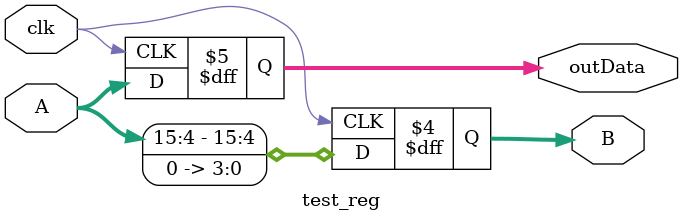
<source format=v>
`timescale 1ns / 1ps


module test_reg(
    input clk,
    input [15:0] A,
    output reg [15:0] outData,
    output reg [15:0] B
    );
    
    integer i;
    
    initial begin
        outData = 0;
        B = 0;
    end
    always @ (posedge clk) begin
        B <= A;
        B[0+:4] <= 4'b0000;
        for (i = 0; i < 4; i = i+1)
            outData[(12-4*i)+:4] <= A[(12-4*i)+:4];
    end
endmodule

</source>
